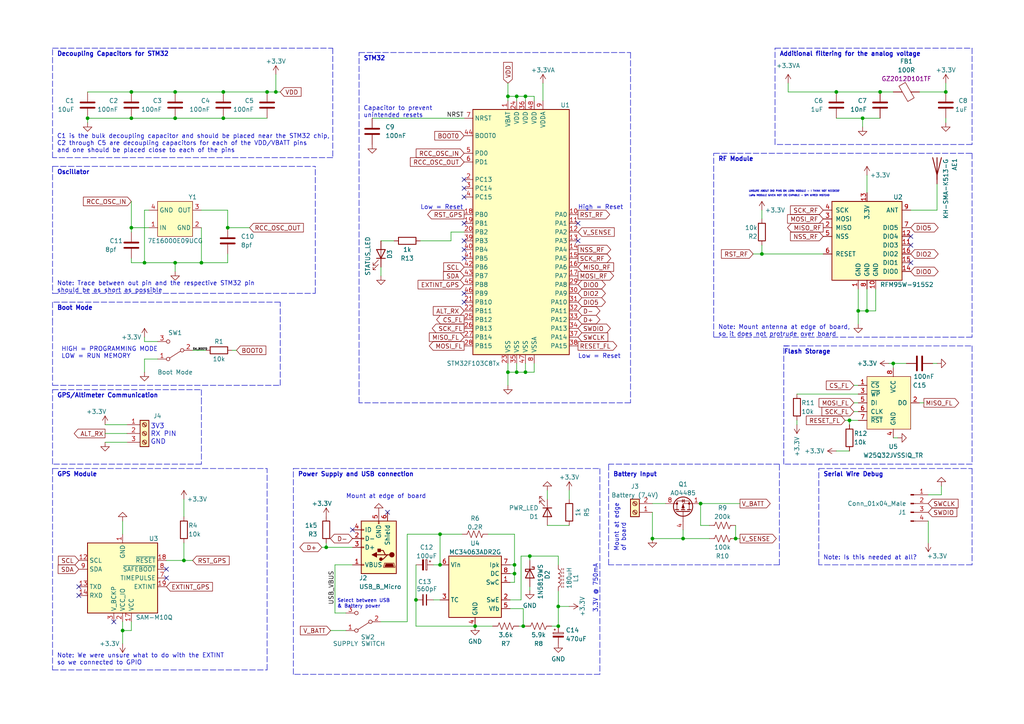
<source format=kicad_sch>
(kicad_sch (version 20211123) (generator eeschema)
  (paper "A4")
  (title_block (title "QRET CALAMARI GPS") (date "2023-01-27") (rev "V1.7.1") (company "Queen's Engineering Rocket Team") (comment 3 "Contributors: Finn Wilkinson, Oak Campbell, Kennan Bays"))
  (junction (at 161.925 181.61))
  (junction (at 251.46 90.17))
  (junction (at 220.98 73.66))
  (junction (at 127.635 154.94))
  (junction (at 250.19 34.29))
  (junction (at 246.38 121.92))
  (junction (at 38.1 66.04))
  (junction (at 66.04 66.04))
  (junction (at 213.36 156.21))
  (junction (at 149.86 27.94))
  (junction (at 50.8 76.2))
  (junction (at 25.4 34.29))
  (junction (at 153.67 161.29))
  (junction (at 58.42 76.2))
  (junction (at 161.925 175.895))
  (junction (at 120.65 173.99))
  (junction (at 242.57 26.67))
  (junction (at 147.32 27.94))
  (junction (at 189.23 156.21))
  (junction (at 198.12 156.21))
  (junction (at 50.8 34.29))
  (junction (at 137.795 181.61))
  (junction (at 152.4 27.94))
  (junction (at 77.47 26.67))
  (junction (at 38.1 34.29))
  (junction (at 152.4 107.95))
  (junction (at 38.1 26.67))
  (junction (at 151.765 181.61))
  (junction (at 53.34 162.56))
  (junction (at 147.32 107.95))
  (junction (at 64.77 26.67))
  (junction (at 149.86 107.95))
  (junction (at 149.225 163.83))
  (junction (at 203.2 146.05))
  (junction (at 127.635 163.83))
  (junction (at 149.225 166.37))
  (junction (at 41.91 76.2))
  (junction (at 35.56 182.88))
  (junction (at 50.8 26.67))
  (junction (at 255.27 26.67))
  (junction (at 259.08 105.41))
  (junction (at 274.32 26.67))
  (junction (at 248.92 90.17))
  (junction (at 64.77 34.29))
  (junction (at 94.615 158.75))
  (junction (at 80.01 26.67))
  (no_connect (at 167.64 69.85))
  (no_connect (at 33.02 180.34))
  (no_connect (at 48.26 167.64))
  (no_connect (at 48.26 165.1))
  (no_connect (at 134.62 57.15))
  (no_connect (at 22.86 172.72))
  (no_connect (at 22.86 170.18))
  (no_connect (at 134.62 52.07))
  (no_connect (at 134.62 54.61))
  (no_connect (at 134.62 85.09))
  (no_connect (at 264.16 68.58))
  (no_connect (at 264.16 71.12))
  (no_connect (at 264.16 76.2))
  (no_connect (at 112.395 148.59))
  (no_connect (at 102.235 153.67))
  (no_connect (at 134.62 64.77))
  (no_connect (at 134.62 69.85))
  (no_connect (at 134.62 87.63))
  (no_connect (at 134.62 74.93))
  (no_connect (at 167.64 64.77))
  (no_connect (at 134.62 72.39))
  (wire (pts (xy 147.955 163.83) (xy 149.225 163.83)))
  (wire (pts (xy 50.8 76.2) (xy 58.42 76.2)))
  (polyline (pts (xy 207.01 44.45) (xy 281.94 44.45)))
  (polyline (pts (xy 226.06 163.83) (xy 226.06 134.62)))
  (wire (pts (xy 147.32 107.95) (xy 147.32 111.76)))
  (wire (pts (xy 127.635 154.94) (xy 133.985 154.94)))
  (polyline (pts (xy 15.24 135.89) (xy 15.24 194.31)))
  (wire (pts (xy 250.19 34.29) (xy 242.57 34.29)))
  (wire (pts (xy 251.46 50.8) (xy 251.46 55.88)))
  (wire (pts (xy 189.23 146.05) (xy 193.04 146.05)))
  (polyline (pts (xy 227.33 100.33) (xy 228.6 100.33)))
  (wire (pts (xy 137.795 181.61) (xy 142.875 181.61)))
  (polyline (pts (xy 81.28 111.76) (xy 81.28 87.63)))
  (polyline (pts (xy 15.24 13.97) (xy 96.52 13.97)))
  (wire (pts (xy 35.56 154.94) (xy 35.56 151.13)))
  (polyline (pts (xy 58.42 113.03) (xy 58.42 115.57)))
  (polyline (pts (xy 227.33 100.33) (xy 281.94 100.33)))
  (wire (pts (xy 270.51 105.41) (xy 271.78 105.41)))
  (wire (pts (xy 53.34 157.48) (xy 53.34 162.56)))
  (wire (pts (xy 30.48 125.73) (xy 36.83 125.73)))
  (wire (pts (xy 160.02 181.61) (xy 161.925 181.61)))
  (wire (pts (xy 150.495 181.61) (xy 151.765 181.61)))
  (wire (pts (xy 165.1 175.895) (xy 161.925 175.895)))
  (wire (pts (xy 66.04 66.04) (xy 72.39 66.04)))
  (wire (pts (xy 153.67 170.18) (xy 153.67 171.196)))
  (wire (pts (xy 25.4 34.29) (xy 25.4 35.56)))
  (wire (pts (xy 242.57 26.67) (xy 228.6 26.67)))
  (wire (pts (xy 120.65 181.61) (xy 137.795 181.61)))
  (wire (pts (xy 66.04 73.66) (xy 66.04 76.2)))
  (wire (pts (xy 259.08 127) (xy 260.35 127)))
  (wire (pts (xy 38.1 26.67) (xy 25.4 26.67)))
  (wire (pts (xy 58.42 60.96) (xy 66.04 60.96)))
  (wire (pts (xy 81.28 26.67) (xy 80.01 26.67)))
  (polyline (pts (xy 182.88 15.24) (xy 182.88 116.84)))
  (wire (pts (xy 58.42 76.2) (xy 66.04 76.2)))
  (wire (pts (xy 274.32 24.13) (xy 274.32 26.67)))
  (wire (pts (xy 41.91 104.14) (xy 45.72 104.14)))
  (wire (pts (xy 247.65 119.38) (xy 248.92 119.38)))
  (polyline (pts (xy 281.94 135.89) (xy 281.94 163.83)))
  (wire (pts (xy 107.95 34.29) (xy 134.62 34.29)))
  (polyline (pts (xy 58.42 134.62) (xy 15.24 134.62)))
  (wire (pts (xy 41.91 104.14) (xy 41.91 107.95)))
  (wire (pts (xy 30.48 128.27) (xy 36.83 128.27)))
  (wire (pts (xy 50.8 26.67) (xy 38.1 26.67)))
  (wire (pts (xy 43.18 60.96) (xy 41.91 60.96)))
  (wire (pts (xy 147.955 173.99) (xy 151.13 173.99)))
  (wire (pts (xy 38.1 76.2) (xy 41.91 76.2)))
  (wire (pts (xy 247.65 116.84) (xy 248.92 116.84)))
  (wire (pts (xy 68.58 101.6) (xy 67.31 101.6)))
  (wire (pts (xy 213.36 156.21) (xy 214.63 156.21)))
  (wire (pts (xy 64.77 26.67) (xy 50.8 26.67)))
  (wire (pts (xy 246.38 121.92) (xy 248.92 121.92)))
  (polyline (pts (xy 281.94 13.97) (xy 281.94 41.91)))
  (wire (pts (xy 66.04 60.96) (xy 66.04 66.04)))
  (wire (pts (xy 147.955 168.91) (xy 149.225 168.91)))
  (wire (pts (xy 38.1 74.93) (xy 38.1 76.2)))
  (wire (pts (xy 125.73 173.99) (xy 127.635 173.99)))
  (wire (pts (xy 248.92 83.82) (xy 248.92 90.17)))
  (wire (pts (xy 158.75 152.4) (xy 165.1 152.4)))
  (polyline (pts (xy 182.88 116.84) (xy 104.14 116.84)))
  (wire (pts (xy 274.32 34.29) (xy 274.32 35.56)))
  (wire (pts (xy 231.14 121.92) (xy 231.14 123.19)))
  (wire (pts (xy 35.56 182.88) (xy 38.1 182.88)))
  (wire (pts (xy 35.56 182.88) (xy 35.56 186.69)))
  (wire (pts (xy 64.77 34.29) (xy 50.8 34.29)))
  (wire (pts (xy 30.48 123.19) (xy 36.83 123.19)))
  (polyline (pts (xy 85.09 195.58) (xy 85.09 135.89)))
  (wire (pts (xy 152.4 107.95) (xy 152.4 105.41)))
  (wire (pts (xy 149.225 154.94) (xy 149.225 163.83)))
  (wire (pts (xy 152.4 27.94) (xy 154.94 27.94)))
  (wire (pts (xy 273.05 143.51) (xy 273.05 140.97)))
  (polyline (pts (xy 237.49 135.89) (xy 281.94 135.89)))
  (polyline (pts (xy 96.52 13.97) (xy 96.52 45.72)))
  (polyline (pts (xy 15.24 111.76) (xy 81.28 111.76)))
  (wire (pts (xy 255.27 26.67) (xy 242.57 26.67)))
  (wire (pts (xy 269.24 143.51) (xy 273.05 143.51)))
  (wire (pts (xy 161.925 175.895) (xy 161.925 181.61)))
  (wire (pts (xy 58.42 66.04) (xy 58.42 76.2)))
  (wire (pts (xy 149.86 27.94) (xy 152.4 27.94)))
  (wire (pts (xy 55.88 101.6) (xy 59.69 101.6)))
  (wire (pts (xy 50.8 34.29) (xy 38.1 34.29)))
  (polyline (pts (xy 281.94 100.33) (xy 281.94 134.62)))
  (wire (pts (xy 151.13 173.99) (xy 151.13 161.29)))
  (wire (pts (xy 149.86 107.95) (xy 147.32 107.95)))
  (polyline (pts (xy 227.33 134.62) (xy 227.33 100.33)))
  (wire (pts (xy 53.34 162.56) (xy 55.88 162.56)))
  (polyline (pts (xy 15.24 135.89) (xy 77.47 135.89)))
  (wire (pts (xy 149.86 107.95) (xy 152.4 107.95)))
  (wire (pts (xy 228.6 24.13) (xy 228.6 26.67)))
  (wire (pts (xy 147.955 176.53) (xy 151.765 176.53)))
  (wire (pts (xy 242.57 130.81) (xy 246.38 130.81)))
  (wire (pts (xy 203.2 146.05) (xy 214.63 146.05)))
  (wire (pts (xy 259.08 105.41) (xy 259.08 106.68)))
  (polyline (pts (xy 15.24 194.31) (xy 77.47 194.31)))
  (wire (pts (xy 246.38 123.19) (xy 246.38 121.92)))
  (polyline (pts (xy 104.14 116.84) (xy 104.14 15.24)))
  (wire (pts (xy 118.11 154.94) (xy 118.11 180.34)))
  (polyline (pts (xy 15.24 87.63) (xy 15.24 92.71)))
  (polyline (pts (xy 226.06 134.62) (xy 176.53 134.62)))
  (wire (pts (xy 220.98 71.12) (xy 220.98 73.66)))
  (wire (pts (xy 38.1 182.88) (xy 38.1 180.34)))
  (wire (pts (xy 231.14 114.3) (xy 248.92 114.3)))
  (polyline (pts (xy 281.94 41.91) (xy 224.79 41.91)))
  (wire (pts (xy 149.225 166.37) (xy 149.225 163.83)))
  (wire (pts (xy 118.11 180.34) (xy 110.49 180.34)))
  (polyline (pts (xy 15.24 85.09) (xy 91.44 85.09)))
  (wire (pts (xy 100.33 182.88) (xy 95.885 182.88)))
  (wire (pts (xy 154.94 107.95) (xy 152.4 107.95)))
  (wire (pts (xy 77.47 26.67) (xy 64.77 26.67)))
  (wire (pts (xy 203.2 152.4) (xy 205.74 152.4)))
  (wire (pts (xy 38.1 34.29) (xy 25.4 34.29)))
  (polyline (pts (xy 104.14 15.24) (xy 182.88 15.24)))
  (wire (pts (xy 120.65 163.83) (xy 120.65 173.99)))
  (wire (pts (xy 130.81 69.85) (xy 130.81 67.31)))
  (wire (pts (xy 153.67 162.56) (xy 153.67 161.29)))
  (wire (pts (xy 97.155 177.8) (xy 100.33 177.8)))
  (polyline (pts (xy 281.94 97.79) (xy 207.01 97.79)))
  (wire (pts (xy 271.78 60.96) (xy 271.78 53.34)))
  (wire (pts (xy 157.48 24.13) (xy 157.48 29.21)))
  (polyline (pts (xy 15.24 92.71) (xy 15.24 111.76)))
  (wire (pts (xy 165.1 142.24) (xy 165.1 144.78)))
  (wire (pts (xy 94.615 157.48) (xy 94.615 158.75)))
  (wire (pts (xy 80.01 26.67) (xy 77.47 26.67)))
  (wire (pts (xy 80.01 21.59) (xy 80.01 26.67)))
  (polyline (pts (xy 173.99 195.58) (xy 85.09 195.58)))
  (wire (pts (xy 248.92 90.17) (xy 248.92 93.98)))
  (wire (pts (xy 149.86 29.21) (xy 149.86 27.94)))
  (polyline (pts (xy 15.24 134.62) (xy 15.24 113.03)))
  (polyline (pts (xy 176.53 163.83) (xy 176.53 134.62)))
  (wire (pts (xy 120.65 173.99) (xy 120.65 181.61)))
  (wire (pts (xy 147.955 166.37) (xy 149.225 166.37)))
  (wire (pts (xy 48.26 162.56) (xy 53.34 162.56)))
  (wire (pts (xy 152.4 29.21) (xy 152.4 27.94)))
  (wire (pts (xy 147.32 107.95) (xy 147.32 105.41)))
  (wire (pts (xy 203.2 146.05) (xy 203.2 152.4)))
  (polyline (pts (xy 15.24 113.03) (xy 58.42 113.03)))
  (wire (pts (xy 189.23 148.59) (xy 189.23 156.21)))
  (wire (pts (xy 151.765 181.61) (xy 152.4 181.61)))
  (wire (pts (xy 130.81 67.31) (xy 134.62 67.31)))
  (wire (pts (xy 220.98 63.5) (xy 220.98 60.96)))
  (wire (pts (xy 250.19 34.29) (xy 250.19 36.83)))
  (wire (pts (xy 198.12 153.67) (xy 198.12 156.21)))
  (polyline (pts (xy 281.94 134.62) (xy 227.33 134.62)))
  (wire (pts (xy 147.32 29.21) (xy 147.32 27.94)))
  (wire (pts (xy 93.345 158.75) (xy 94.615 158.75)))
  (wire (pts (xy 77.47 34.29) (xy 64.77 34.29)))
  (wire (pts (xy 45.72 99.06) (xy 41.91 99.06)))
  (wire (pts (xy 35.56 180.34) (xy 35.56 182.88)))
  (polyline (pts (xy 173.99 135.89) (xy 173.99 195.58)))
  (wire (pts (xy 147.32 27.94) (xy 149.86 27.94)))
  (wire (pts (xy 41.91 60.96) (xy 41.91 76.2)))
  (wire (pts (xy 50.8 76.2) (xy 50.8 78.74)))
  (wire (pts (xy 259.08 105.41) (xy 262.89 105.41)))
  (wire (pts (xy 110.49 69.85) (xy 114.3 69.85)))
  (wire (pts (xy 218.44 73.66) (xy 220.98 73.66)))
  (wire (pts (xy 266.7 116.84) (xy 267.97 116.84)))
  (wire (pts (xy 118.11 154.94) (xy 127.635 154.94)))
  (wire (pts (xy 254 83.82) (xy 254 90.17)))
  (wire (pts (xy 154.94 29.21) (xy 154.94 27.94)))
  (polyline (pts (xy 207.01 97.79) (xy 207.01 44.45)))
  (wire (pts (xy 125.73 163.83) (xy 127.635 163.83)))
  (wire (pts (xy 245.11 121.92) (xy 246.38 121.92)))
  (wire (pts (xy 38.1 66.04) (xy 43.18 66.04)))
  (wire (pts (xy 161.925 163.83) (xy 161.925 161.29)))
  (polyline (pts (xy 58.42 115.57) (xy 58.42 134.62)))
  (wire (pts (xy 41.91 97.79) (xy 41.91 99.06)))
  (wire (pts (xy 149.225 168.91) (xy 149.225 166.37)))
  (wire (pts (xy 94.615 158.75) (xy 102.235 158.75)))
  (wire (pts (xy 248.92 90.17) (xy 251.46 90.17)))
  (polyline (pts (xy 281.94 163.83) (xy 237.49 163.83)))
  (wire (pts (xy 161.925 171.45) (xy 161.925 175.895)))
  (polyline (pts (xy 15.24 48.26) (xy 15.24 85.09)))
  (wire (pts (xy 38.1 58.42) (xy 38.1 66.04)))
  (wire (pts (xy 251.46 90.17) (xy 251.46 83.82)))
  (wire (pts (xy 127.635 163.83) (xy 127.635 154.94)))
  (wire (pts (xy 147.32 24.13) (xy 147.32 27.94)))
  (wire (pts (xy 38.1 66.04) (xy 38.1 67.31)))
  (wire (pts (xy 213.36 152.4) (xy 213.36 156.21)))
  (wire (pts (xy 153.67 161.29) (xy 161.925 161.29)))
  (wire (pts (xy 141.605 154.94) (xy 149.225 154.94)))
  (polyline (pts (xy 91.44 85.09) (xy 91.44 48.26)))
  (polyline (pts (xy 237.49 163.83) (xy 237.49 135.89)))
  (wire (pts (xy 269.24 157.48) (xy 269.24 151.13)))
  (wire (pts (xy 151.13 161.29) (xy 153.67 161.29)))
  (wire (pts (xy 41.91 76.2) (xy 50.8 76.2)))
  (polyline (pts (xy 281.94 44.45) (xy 281.94 97.79)))
  (wire (pts (xy 53.34 149.86) (xy 53.34 144.78)))
  (wire (pts (xy 198.12 156.21) (xy 205.74 156.21)))
  (wire (pts (xy 97.155 163.83) (xy 97.155 177.8)))
  (wire (pts (xy 257.81 105.41) (xy 259.08 105.41)))
  (polyline (pts (xy 85.09 135.89) (xy 173.99 135.89)))
  (wire (pts (xy 254 90.17) (xy 251.46 90.17)))
  (wire (pts (xy 255.27 34.29) (xy 250.19 34.29)))
  (wire (pts (xy 247.65 111.76) (xy 248.92 111.76)))
  (polyline (pts (xy 96.52 45.72) (xy 15.24 45.72)))
  (wire (pts (xy 97.155 163.83) (xy 102.235 163.83)))
  (polyline (pts (xy 15.24 45.72) (xy 15.24 13.97)))
  (polyline (pts (xy 81.28 87.63) (xy 15.24 87.63)))
  (polyline (pts (xy 15.24 48.26) (xy 91.44 48.26)))
  (wire (pts (xy 158.75 144.78) (xy 158.75 142.24)))
  (wire (pts (xy 151.765 176.53) (xy 151.765 181.61)))
  (polyline (pts (xy 224.79 41.91) (xy 224.79 13.97)))
  (polyline (pts (xy 224.79 13.97) (xy 281.94 13.97)))
  (wire (pts (xy 220.98 73.66) (xy 238.76 73.66)))
  (wire (pts (xy 121.92 69.85) (xy 130.81 69.85)))
  (wire (pts (xy 259.08 26.67) (xy 255.27 26.67)))
  (wire (pts (xy 110.49 80.01) (xy 110.49 77.47)))
  (polyline (pts (xy 226.06 163.83) (xy 176.53 163.83)))
  (polyline (pts (xy 77.47 194.31) (xy 77.47 135.89)))
  (wire (pts (xy 264.16 60.96) (xy 271.78 60.96)))
  (wire (pts (xy 154.94 105.41) (xy 154.94 107.95)))
  (wire (pts (xy 189.23 156.21) (xy 198.12 156.21)))
  (wire (pts (xy 149.86 105.41) (xy 149.86 107.95)))
  (wire (pts (xy 274.32 26.67) (xy 266.7 26.67)))
  (text "Battery Input" (at 177.8 138.43 0) (effects (font (size 1.27 1.27) (thickness 0.254) bold) (justify left bottom)))
  (text "STM32" (at 105.41 17.78 0) (effects (font (size 1.27 1.27) (thickness 0.254) bold) (justify left bottom)))
  (text "Note: Is this needed at all?" (at 238.76 162.56 0) (effects (font (size 1.27 1.27)) (justify left bottom)))
  (text "Power Supply and USB connection\n" (at 86.36 138.43 0) (effects (font (size 1.27 1.27) (thickness 0.254) bold) (justify left bottom)))
  (text "Additional filtering for the analog voltage" (at 226.06 16.51 0) (effects (font (size 1.27 1.27) (thickness 0.254) bold) (justify left bottom)))
  (text "3V3\nRX PIN\nGND" (at 43.6656 129.0519 0) (effects (font (size 1.4 1.4)) (justify left bottom)))
  (text "Low = Reset" (at 167.64 104.14 0) (effects (font (size 1.27 1.27)) (justify left bottom)))
  (text "Serial Wire Debug" (at 238.76 138.43 0) (effects (font (size 1.27 1.27) (thickness 0.254) bold) (justify left bottom)))
  (text "UNSURE ABOUT DIO PINS ON LORA MODULE - I THINK NOT NEEDED?" (at 217.17 55.88 0) (effects (font (size 0.5 0.5)) (justify left bottom)))
  (text "Low = Reset" (at 121.92 60.96 0) (effects (font (size 1.27 1.27)) (justify left bottom)))
  (text "GPS/Altimeter Communication\n" (at 16.51 115.57 0) (effects (font (size 1.27 1.27) (thickness 0.254) bold) (justify left bottom)))
  (text "Capacitor to prevent\nunintended resets" (at 105.41 34.29 0) (effects (font (size 1.27 1.27)) (justify left bottom)))
  (text "RF Module" (at 208.28 46.99 0) (effects (font (size 1.27 1.27) (thickness 0.254) bold) (justify left bottom)))
  (text "C1 is the bulk decoupling capacitor and should be placed near the STM32 chip,\nC2 through C5 are decoupling capacitors for each of the VDD/VBATT pins\nand one should be placed close to each of the pins" (at 16.51 44.45 0) (effects (font (size 1.27 1.27)) (justify left bottom)))
  (text "Decoupling Capacitors for STM32" (at 16.51 16.51 0) (effects (font (size 1.27 1.27) (thickness 0.254) bold) (justify left bottom)))
  (text "Note: We were unsure what to do with the EXTINT \nso we connected to GPIO\n" (at 16.51 193.04 0) (effects (font (size 1.27 1.27)) (justify left bottom)))
  (text "Note: Trace between out pin and the respective STM32 pin\nshould be as short as possible" (at 16.51 85.09 0) (effects (font (size 1.27 1.27)) (justify left bottom)))
  (text "Note: Mount antenna at edge of board,\nso it does not protrude over board" (at 208.28 97.79 0) (effects (font (size 1.27 1.27)) (justify left bottom)))
  (text "High = Reset" (at 167.64 60.96 0) (effects (font (size 1.27 1.27)) (justify left bottom)))
  (text "Boot Mode" (at 16.51 90.17 0) (effects (font (size 1.27 1.27) (thickness 0.254) bold) (justify left bottom)))
  (text "Mount at edge of board\n" (at 100.33 144.78 0) (effects (font (size 1.27 1.27)) (justify left bottom)))
  (text "Oscillator" (at 16.51 50.8 0) (effects (font (size 1.27 1.27) (thickness 0.254) bold) (justify left bottom)))
  (text "GPS Module" (at 16.51 138.43 0) (effects (font (size 1.27 1.27) (thickness 0.254) bold) (justify left bottom)))
  (text "Select between USB\n& Battery power" (at 97.79 176.53 0) (effects (font (size 1 1)) (justify left bottom)))
  (text "3.3V @ 750mA" (at 173.482 177.8 90) (effects (font (size 1.27 1.27)) (justify left bottom)))
  (text "Mount at edge\nof board\n" (at 181.61 160.02 90) (effects (font (size 1.27 1.27)) (justify left bottom)))
  (text "HIGH = PROGRAMMING MODE\nLOW = RUN MEMORY" (at 17.78 104.14 0) (effects (font (size 1.27 1.27)) (justify left bottom)))
  (text "Flash Storage" (at 227.33 102.87 0) (effects (font (size 1.27 1.27) (thickness 0.254) bold) (justify left bottom)))
  (text "LoRa MODULE GIVEN NOT I2C CAPABLE - SPI WIRED INSTEAD" (at 217.17 57.15 0) (effects (font (size 0.5 0.5)) (justify left bottom)))
  (label "USB_VBUS" (at 97.155 175.3622 90))
  (label "NRST" (at 129.54 34.29 0))
  (label "SW_BOOT0" (at 55.88 101.6 0) (effects (font (size 0.54 0.54))))
  (global_label "V_SENSE" (shape output) (at 214.63 156.21 0) (property "Intersheet References" "${INTERSHEET_REFS}" (effects hide)))
  (global_label "SDA" (shape input) (at 22.86 165.1 180) (property "Intersheet References" "${INTERSHEET_REFS}" (effects hide)))
  (global_label "RCC_OSC_IN" (shape input) (at 134.62 44.45 180) (property "Intersheet References" "${INTERSHEET_REFS}" (effects hide)))
  (global_label "RCC_OSC_IN" (shape input) (at 38.1 58.42 180) (property "Intersheet References" "${INTERSHEET_REFS}" (effects hide)))
  (global_label "MOSI_RF" (shape output) (at 167.64 80.01 0) (property "Intersheet References" "${INTERSHEET_REFS}" (effects hide)))
  (global_label "MISO_RF" (shape output) (at 238.76 66.04 180) (property "Intersheet References" "${INTERSHEET_REFS}" (effects hide)))
  (global_label "NSS_RF" (shape input) (at 238.76 68.58 180) (property "Intersheet References" "${INTERSHEET_REFS}" (effects hide)))
  (global_label "SWCLK" (shape input) (at 167.64 97.79 0) (property "Intersheet References" "${INTERSHEET_REFS}" (effects hide)))
  (global_label "MOSI_RF" (shape input) (at 238.76 63.5 180) (property "Intersheet References" "${INTERSHEET_REFS}" (effects hide)))
  (global_label "MISO_FL" (shape input) (at 134.62 97.79 180) (property "Intersheet References" "${INTERSHEET_REFS}" (effects hide)))
  (global_label "MOSI_FL" (shape output) (at 134.62 100.33 180) (property "Intersheet References" "${INTERSHEET_REFS}" (effects hide)))
  (global_label "SCK_RF" (shape input) (at 238.76 60.96 180) (property "Intersheet References" "${INTERSHEET_REFS}" (effects hide)))
  (global_label "SCK_RF" (shape output) (at 167.64 74.93 0) (property "Intersheet References" "${INTERSHEET_REFS}" (effects hide)))
  (global_label "RST_RF" (shape input) (at 218.44 73.66 180) (property "Intersheet References" "${INTERSHEET_REFS}" (effects hide)))
  (global_label "RCC_OSC_OUT" (shape input) (at 134.62 46.99 180) (property "Intersheet References" "${INTERSHEET_REFS}" (effects hide)))
  (global_label "SWDIO" (shape bidirectional) (at 167.64 95.25 0) (property "Intersheet References" "${INTERSHEET_REFS}" (effects hide)))
  (global_label "RESET_FL" (shape output) (at 167.64 100.33 0) (property "Intersheet References" "${INTERSHEET_REFS}" (effects hide)))
  (global_label "SCL" (shape input) (at 134.62 77.47 180) (property "Intersheet References" "${INTERSHEET_REFS}" (effects hide)))
  (global_label "V_BATT" (shape input) (at 95.885 182.88 180) (property "Intersheet References" "${INTERSHEET_REFS}" (effects hide)))
  (global_label "DIO5" (shape bidirectional) (at 167.64 87.63 0) (property "Intersheet References" "${INTERSHEET_REFS}" (effects hide)))
  (global_label "BOOT0" (shape input) (at 134.62 39.37 180) (property "Intersheet References" "${INTERSHEET_REFS}" (effects hide)))
  (global_label "DIO0" (shape bidirectional) (at 264.16 78.74 0) (property "Intersheet References" "${INTERSHEET_REFS}" (effects hide)))
  (global_label "CS_FL" (shape output) (at 134.62 92.71 180) (property "Intersheet References" "${INTERSHEET_REFS}" (effects hide)))
  (global_label "DIO5" (shape bidirectional) (at 264.16 66.04 0) (property "Intersheet References" "${INTERSHEET_REFS}" (effects hide)))
  (global_label "CS_FL" (shape input) (at 247.65 111.76 180) (property "Intersheet References" "${INTERSHEET_REFS}" (effects hide)))
  (global_label "RST_GPS" (shape output) (at 134.62 62.23 180) (property "Intersheet References" "${INTERSHEET_REFS}" (effects hide)))
  (global_label "D+" (shape bidirectional) (at 93.345 158.75 180) (property "Intersheet References" "${INTERSHEET_REFS}" (effects hide)))
  (global_label "MISO_RF" (shape input) (at 167.64 77.47 0) (property "Intersheet References" "${INTERSHEET_REFS}" (effects hide)))
  (global_label "EXTINT_GPS" (shape input) (at 48.26 170.18 0) (property "Intersheet References" "${INTERSHEET_REFS}" (effects hide)))
  (global_label "SWDIO" (shape input) (at 269.24 148.59 0) (property "Intersheet References" "${INTERSHEET_REFS}" (effects hide)))
  (global_label "V_BATT" (shape output) (at 214.63 146.05 0) (property "Intersheet References" "${INTERSHEET_REFS}" (effects hide)))
  (global_label "SCK_FL" (shape input) (at 247.65 119.38 180) (property "Intersheet References" "${INTERSHEET_REFS}" (effects hide)))
  (global_label "VDD" (shape input) (at 147.32 24.13 90) (property "Intersheet References" "${INTERSHEET_REFS}" (effects hide)))
  (global_label "D-" (shape bidirectional) (at 167.64 90.17 0) (property "Intersheet References" "${INTERSHEET_REFS}" (effects hide)))
  (global_label "VDD" (shape input) (at 81.28 26.67 0) (property "Intersheet References" "${INTERSHEET_REFS}" (effects hide)))
  (global_label "RCC_OSC_OUT" (shape input) (at 72.39 66.04 0) (property "Intersheet References" "${INTERSHEET_REFS}" (effects hide)))
  (global_label "BOOT0" (shape input) (at 68.58 101.6 0) (property "Intersheet References" "${INTERSHEET_REFS}" (effects hide)))
  (global_label "RST_GPS" (shape input) (at 55.88 162.56 0) (property "Intersheet References" "${INTERSHEET_REFS}" (effects hide)))
  (global_label "DIO0" (shape bidirectional) (at 167.64 82.55 0) (property "Intersheet References" "${INTERSHEET_REFS}" (effects hide)))
  (global_label "D-" (shape bidirectional) (at 102.235 156.21 180) (property "Intersheet References" "${INTERSHEET_REFS}" (effects hide)))
  (global_label "SDA" (shape input) (at 134.62 80.01 180) (property "Intersheet References" "${INTERSHEET_REFS}" (effects hide)))
  (global_label "RESET_FL" (shape input) (at 245.11 121.92 180) (property "Intersheet References" "${INTERSHEET_REFS}" (effects hide)))
  (global_label "RST_RF" (shape output) (at 167.64 62.23 0) (property "Intersheet References" "${INTERSHEET_REFS}" (effects hide)))
  (global_label "ALT_RX" (shape input) (at 134.62 90.17 180) (property "Intersheet References" "${INTERSHEET_REFS}" (effects hide)))
  (global_label "D+" (shape bidirectional) (at 167.64 92.71 0) (property "Intersheet References" "${INTERSHEET_REFS}" (effects hide)))
  (global_label "V_SENSE" (shape input) (at 167.64 67.31 0) (property "Intersheet References" "${INTERSHEET_REFS}" (effects hide)))
  (global_label "SCK_FL" (shape output) (at 134.62 95.25 180) (property "Intersheet References" "${INTERSHEET_REFS}" (effects hide)))
  (global_label "NSS_RF" (shape output) (at 167.64 72.39 0) (property "Intersheet References" "${INTERSHEET_REFS}" (effects hide)))
  (global_label "ALT_RX" (shape output) (at 30.48 125.73 180) (property "Intersheet References" "${INTERSHEET_REFS}" (effects hide)))
  (global_label "SCL" (shape input) (at 22.86 162.56 180) (property "Intersheet References" "${INTERSHEET_REFS}" (effects hide)))
  (global_label "MOSI_FL" (shape input) (at 247.65 116.84 180) (property "Intersheet References" "${INTERSHEET_REFS}" (effects hide)))
  (global_label "EXTINT_GPS" (shape input) (at 134.62 82.55 180) (property "Intersheet References" "${INTERSHEET_REFS}" (effects hide)))
  (global_label "DIO2" (shape bidirectional) (at 167.64 85.09 0) (property "Intersheet References" "${INTERSHEET_REFS}" (effects hide)))
  (global_label "DIO2" (shape bidirectional) (at 264.16 73.66 0) (property "Intersheet References" "${INTERSHEET_REFS}" (effects hide)))
  (global_label "MISO_FL" (shape output) (at 267.97 116.84 0) (property "Intersheet References" "${INTERSHEET_REFS}" (effects hide)))
  (global_label "SWCLK" (shape input) (at 269.24 146.05 0) (property "Intersheet References" "${INTERSHEET_REFS}" (effects hide)))
  (symbol (lib_id "power:GND") (at 161.925 186.69 0) (unit 1)
    (property "Reference" "#PWR0103" (effects hide))
    (property "Value" "GND" (at 161.925 191.1334 0))
  )
  (symbol (lib_id "dk_Memory:W25Q32JVSSIQ_TR") (at 259.08 116.84 0) (unit 1)
    (property "Reference" "U5" (at 259.08 129.54 0))
    (property "Value" "W25Q32JVSSIQ_TR" (at 259.08 132.0769 0))
    (property "Footprint" "QRET_GPS_Footprints:SOIC-8_W5.6mm" (effects hide))
    (property "Datasheet" "http://www.winbond.com/resource-files/w25q32jv%20revg%2003272018%20plus.pdf" (effects hide))
    (property "Digi-Key_PN" "W25Q32JVSSIQCT-ND" (effects hide))
    (property "MPN" "W25Q32JVSSIQ TR" (effects hide))
    (property "Category" "Integrated Circuits (ICs)" (effects hide))
    (property "Family" "Memory" (effects hide))
    (property "DK_Datasheet_Link" "http://www.winbond.com/resource-files/w25q32jv%20revg%2003272018%20plus.pdf" (effects hide))
    (property "DK_Detail_Page" "/product-detail/en/winbond-electronics/W25Q32JVSSIQ-TR/W25Q32JVSSIQCT-ND/7393546" (effects hide))
    (property "Description" "IC FLASH 32M SPI 133MHZ 8SOIC" (effects hide))
    (property "Manufacturer" "Winbond Electronics" (effects hide))
    (property "Status" "Active" (effects hide))
    (property "LCSC" "C179173" (effects hide))
  )
  (symbol (lib_id "Device:R") (at 63.5 101.6 270) (unit 1)
    (property "Reference" "R1" (at 63.5 99.06 90))
    (property "Value" "10k" (at 63.5 104.14 90))
    (property "Footprint" "Resistor_SMD:R_0603_1608Metric" (effects hide))
    (property "LCSC" "C25804" (effects hide))
  )
  (symbol (lib_id "Device:C") (at 274.32 30.48 0) (mirror y) (unit 1)
    (property "Reference" "C8" (at 280.67 29.21 0) (effects (justify left)))
    (property "Value" "1uF" (at 280.67 31.75 0) (effects (justify left)))
    (property "Footprint" "Capacitor_SMD:C_0603_1608Metric" (effects hide))
    (property "LCSC" "C15849" (effects hide))
  )
  (symbol (lib_id "Device:R") (at 231.14 118.11 0) (unit 1)
    (property "Reference" "R11" (at 232.41 116.84 0) (effects (justify left)))
    (property "Value" "10k" (at 232.41 119.38 0) (effects (justify left)))
    (property "Footprint" "Resistor_SMD:R_0603_1608Metric" (effects hide))
    (property "LCSC" "C25804" (effects hide))
  )
  (symbol (lib_id "Device:R_US") (at 209.55 156.21 270) (unit 1)
    (property "Reference" "R10" (at 209.55 161.29 90))
    (property "Value" "100k" (at 209.55 158.75 90))
    (property "Footprint" "Resistor_SMD:R_0603_1608Metric" (effects hide))
    (property "LCSC" "C25803" (effects hide))
  )
  (symbol (lib_id "power:+3.3V") (at 30.48 123.19 0) (unit 1)
    (property "Reference" "#PWR0105" (effects hide))
    (property "Value" "+3.3V" (at 27.94 119.38 0))
  )
  (symbol (lib_id "power:GND") (at 110.49 80.01 0) (unit 1)
    (property "Reference" "#PWR031" (effects hide))
    (property "Value" "GND" (effects hide))
  )
  (symbol (lib_id "Device:C") (at 66.04 69.85 0) (unit 1)
    (property "Reference" "C10" (at 69.85 68.5799 0) (effects (justify left)))
    (property "Value" "8pf" (at 69.85 71.1199 0) (effects (justify left)))
    (property "Footprint" "Capacitor_SMD:C_0402_1005Metric" (effects hide))
    (property "LCSC" "C161160 " (effects hide))
  )
  (symbol (lib_id "power:GND") (at 147.32 111.76 0) (unit 1)
    (property "Reference" "#PWR015" (effects hide))
    (property "Value" "GND" (effects hide))
  )
  (symbol (lib_id "power:+3.3V") (at 257.81 105.41 90) (unit 1)
    (property "Reference" "#PWR028" (effects hide))
    (property "Value" "+3.3V" (at 251.46 105.41 90))
  )
  (symbol (lib_id "Device:R") (at 53.34 153.67 0) (unit 1)
    (property "Reference" "R4" (at 54.61 152.4 0) (effects (justify left)))
    (property "Value" "10k" (at 54.61 154.94 0) (effects (justify left)))
    (property "Footprint" "Resistor_SMD:R_0603_1608Metric" (effects hide))
    (property "LCSC" "C25804" (effects hide))
  )
  (symbol (lib_id "power:+3.3V") (at 94.615 149.86 0) (unit 1)
    (property "Reference" "#PWR019" (effects hide))
    (property "Value" "+3.3V" (at 93.345 146.05 0))
  )
  (symbol (lib_id "Device:C_Small") (at 123.19 173.99 270) (unit 1)
    (property "Reference" "C13" (at 123.1836 168.7281 90))
    (property "Value" "560pF" (at 123.825 170.815 90))
    (property "Footprint" "Capacitor_SMD:C_0603_1608Metric" (effects hide))
    (property "LCSC" "C458906" (effects hide))
  )
  (symbol (lib_id "power:GND") (at 158.75 142.24 180) (unit 1)
    (property "Reference" "#PWR025" (effects hide))
    (property "Value" "GND" (effects hide))
  )
  (symbol (lib_id "power:+3.3V") (at 80.01 21.59 0) (mirror y) (unit 1)
    (property "Reference" "#PWR01" (effects hide))
    (property "Value" "+3.3V" (at 80.01 17.78 0))
  )
  (symbol (lib_id "power:+3.3V") (at 220.98 60.96 0) (unit 1)
    (property "Reference" "#PWR010" (effects hide))
    (property "Value" "+3.3V" (at 224.79 60.96 0))
  )
  (symbol (lib_id "Device:C") (at 266.7 105.41 270) (mirror x) (unit 1)
    (property "Reference" "C15" (at 266.7 111.76 90))
    (property "Value" "100nF" (at 267.97 109.22 90))
    (property "Footprint" "Capacitor_SMD:C_0603_1608Metric" (effects hide))
    (property "LCSC" "C14663" (effects hide))
  )
  (symbol (lib_id "power:+3.3VA") (at 157.48 24.13 0) (unit 1)
    (property "Reference" "#PWR02" (effects hide))
    (property "Value" "+3.3VA" (at 157.48 20.32 0))
  )
  (symbol (lib_id "Device:C") (at 25.4 30.48 0) (mirror y) (unit 1)
    (property "Reference" "C1" (at 21.59 29.2099 0) (effects (justify left)))
    (property "Value" "10uF" (at 21.59 31.7499 0) (effects (justify left)))
    (property "Footprint" "Capacitor_THT:C_Radial_D5.0mm_H11.0mm_P2.00mm" (effects hide))
  )
  (symbol (lib_id "Device:R") (at 165.1 148.59 0) (unit 1)
    (property "Reference" "R5" (at 170.18 148.59 90))
    (property "Value" "1k" (at 167.64 148.59 90))
    (property "Footprint" "Resistor_SMD:R_0805_2012Metric" (effects hide))
    (property "LCSC" "C17513" (effects hide))
  )
  (symbol (lib_id "power:GND") (at 107.95 41.91 0) (unit 1)
    (property "Reference" "#PWR08" (effects hide))
    (property "Value" "GND" (effects hide))
  )
  (symbol (lib_id "Device:R_US") (at 209.55 152.4 270) (unit 1)
    (property "Reference" "R9" (at 209.55 147.32 90))
    (property "Value" "200k" (at 209.55 149.86 90))
    (property "Footprint" "Resistor_SMD:R_0603_1608Metric" (effects hide))
    (property "LCSC" "C25811" (effects hide))
  )
  (symbol (lib_id "RF_Module:RFM95W-915S2") (at 251.46 68.58 0) (unit 1)
    (property "Reference" "U2" (at 259.08 57.15 0) (effects (justify left)))
    (property "Value" "RFM95W-915S2" (at 255.27 82.55 0) (effects (justify left)))
    (property "Footprint" "QRET_GPS_Footprints:RFM95W" (effects hide))
    (property "Datasheet" "https://www.hoperf.com/data/upload/portal/20181127/5bfcbea20e9ef.pdf" (effects hide))
  )
  (symbol (lib_id "Device:R_US") (at 137.795 154.94 270) (unit 1)
    (property "Reference" "R6" (at 137.795 150.3512 90))
    (property "Value" "0.2R" (at 137.795 152.8881 90))
    (property "Footprint" "Resistor_SMD:R_1206_3216Metric" (effects hide))
    (property "LCSC" "C2932839" (effects hide))
  )
  (symbol (lib_id "Device:C") (at 77.47 30.48 0) (mirror y) (unit 1)
    (property "Reference" "C5" (at 73.66 29.2099 0) (effects (justify left)))
    (property "Value" "100nF" (at 73.66 31.7499 0) (effects (justify left)))
    (property "Footprint" "Capacitor_SMD:C_0805_2012Metric" (effects hide))
    (property "LCSC" "C49678" (effects hide))
  )
  (symbol (lib_id "power:+3.3V") (at 165.1 142.24 0) (unit 1)
    (property "Reference" "#PWR022" (effects hide))
    (property "Value" "+3.3V" (at 165.1 138.43 0))
  )
  (symbol (lib_id "power:GND") (at 189.23 156.21 0) (unit 1)
    (property "Reference" "#PWR024" (effects hide))
    (property "Value" "GND" (effects hide))
  )
  (symbol (lib_id "Device:R_US") (at 146.685 181.61 90) (unit 1)
    (property "Reference" "R7" (at 146.685 186.69 90))
    (property "Value" "3.6k" (at 146.685 184.15 90))
    (property "Footprint" "Resistor_SMD:R_0805_2012Metric" (effects hide))
    (property "LCSC" "C228797" (effects hide))
  )
  (symbol (lib_id "Device:R") (at 220.98 67.31 180) (unit 1)
    (property "Reference" "R2" (at 219.71 68.58 0) (effects (justify left)))
    (property "Value" "10k" (at 219.71 66.04 0) (effects (justify left)))
    (property "Footprint" "Resistor_SMD:R_0603_1608Metric" (effects hide))
    (property "LCSC" "C25804" (effects hide))
  )
  (symbol (lib_id "Device:C_Polarized_Small") (at 123.19 163.83 270) (unit 1)
    (property "Reference" "C12" (at 123.7361 158.7332 90))
    (property "Value" "100uF" (at 123.7361 161.2701 90))
    (property "Footprint" "Capacitor_THT:C_Radial_D5.0mm_H11.0mm_P2.00mm" (effects hide))
  )
  (symbol (lib_id "power:+3.3V") (at 274.32 24.13 0) (mirror y) (unit 1)
    (property "Reference" "#PWR04" (effects hide))
    (property "Value" "+3.3V" (at 274.32 20.32 0))
  )
  (symbol (lib_id "power:+3.3V") (at 53.34 144.78 0) (unit 1)
    (property "Reference" "#PWR020" (effects hide))
    (property "Value" "+3.3V" (at 57.15 144.78 0))
  )
  (symbol (lib_id "power:GND") (at 271.78 105.41 90) (unit 1)
    (property "Reference" "#PWR030" (effects hide))
    (property "Value" "GND" (effects hide))
  )
  (symbol (lib_id "Device:R") (at 246.38 127 0) (unit 1)
    (property "Reference" "R12" (at 247.65 125.73 0) (effects (justify left)))
    (property "Value" "10k" (at 247.65 128.27 0) (effects (justify left)))
    (property "Footprint" "Resistor_SMD:R_0603_1608Metric" (effects hide))
    (property "LCSC" "C25804" (effects hide))
  )
  (symbol (lib_id "Device:R_US") (at 156.21 181.61 270) (unit 1)
    (property "Reference" "R8" (at 156.21 186.69 90))
    (property "Value" "5.9k" (at 156.21 184.15 90))
    (property "Footprint" "Resistor_SMD:R_0805_2012Metric" (effects hide))
    (property "LCSC" "C104422" (effects hide))
  )
  (symbol (lib_id "Device:C") (at 50.8 30.48 0) (mirror y) (unit 1)
    (property "Reference" "C3" (at 46.99 29.2099 0) (effects (justify left)))
    (property "Value" "100nF" (at 46.99 31.7499 0) (effects (justify left)))
    (property "Footprint" "Capacitor_SMD:C_0805_2012Metric" (effects hide))
    (property "LCSC" "C49678" (effects hide))
  )
  (symbol (lib_id "power:GND") (at 25.4 35.56 0) (mirror y) (unit 1)
    (property "Reference" "#PWR05" (effects hide))
    (property "Value" "GND" (effects hide))
  )
  (symbol (lib_id "MCU_ST_STM32F1:STM32F103C8Tx") (at 152.4 67.31 0) (unit 1)
    (property "Reference" "U1" (at 162.56 30.48 0) (effects (justify left)))
    (property "Value" "STM32F103C8Tx" (at 129.54 105.41 0) (effects (justify left)))
    (property "Footprint" "Package_QFP:LQFP-48_7x7mm_P0.5mm" (effects hide))
    (property "Datasheet" "http://www.st.com/st-web-ui/static/active/en/resource/technical/document/datasheet/CD00161566.pdf" (effects hide))
    (property "LCSC" "C8734" (effects hide))
  )
  (symbol (lib_id "RF_GPS:SAM-M8Q") (at 35.56 167.64 180) (unit 1)
    (property "Reference" "U3" (at 43.18 156.21 0) (effects (justify right)))
    (property "Value" "SAM-M10Q" (at 39.37 179.07 0) (effects (justify right)))
    (property "Footprint" "QRET_GPS_Footprints:U-blox_SAM-M8Q" (effects hide))
    (property "Datasheet" "https://www.u-blox.com/sites/default/files/SAM-M8Q_DataSheet_%28UBX-16012619%29.pdf" (effects hide))
  )
  (symbol (lib_id "power:+3.3V") (at 242.57 130.81 90) (unit 1)
    (property "Reference" "#PWR027" (effects hide))
    (property "Value" "+3.3V" (at 236.22 130.81 90))
  )
  (symbol (lib_id "Regulator_Switching:MC34063AD") (at 137.795 168.91 0) (unit 1)
    (property "Reference" "U4" (at 137.795 157.5902 0))
    (property "Value" "MC34063ADR2G" (at 137.795 160.1271 0))
    (property "Footprint" "Package_SO:SOIC-8_3.9x4.9mm_P1.27mm" (effects hide))
    (property "Datasheet" "http://www.onsemi.com/pub_link/Collateral/MC34063A-D.PDF" (effects hide))
    (property "LCSC" " C32078" (effects hide))
  )
  (symbol (lib_id "power:GND") (at 274.32 35.56 0) (mirror y) (unit 1)
    (property "Reference" "#PWR06" (effects hide))
    (property "Value" "GND" (effects hide))
  )
  (symbol (lib_id "Device:FerriteBead") (at 262.89 26.67 270) (mirror x) (unit 1)
    (property "Reference" "FB1" (at 262.89 17.78 90))
    (property "Value" "100R" (at 262.89 20.32 90))
    (property "Footprint" "Inductor_SMD:L_0805_2012Metric" (effects hide))
    (property "Name" "GZ2012D101TF" (at 262.89 22.86 90))
    (property "LCSC" "C1015" (effects hide))
  )
  (symbol (lib_id "power:GND") (at 30.48 128.27 0) (unit 1)
    (property "Reference" "#PWR0106" (effects hide))
    (property "Value" "GND" (effects hide))
  )
  (symbol (lib_id "Connector:Conn_01x04_Male") (at 264.16 146.05 0) (unit 1)
    (property "Reference" "J1" (at 262.89 148.5901 0) (effects (justify right)))
    (property "Value" "Conn_01x04_Male" (at 262.89 146.0501 0) (effects (justify right)))
    (property "Footprint" "Connector_PinHeader_2.54mm:PinHeader_1x04_P2.54mm_Vertical" (effects hide))
  )
  (symbol (lib_id "power:+3.3VA") (at 228.6 24.13 0) (mirror y) (unit 1)
    (property "Reference" "#PWR03" (effects hide))
    (property "Value" "+3.3VA" (at 228.6 19.05 0))
  )
  (symbol (lib_id "Connector:Screw_Terminal_01x03") (at 41.91 125.73 0) (unit 1)
    (property "Reference" "J4" (at 44.45 120.65 0) (effects (justify left)))
    (property "Value" "Screw_Terminal_01x03" (effects hide))
    (property "Footprint" "TerminalBlock:TerminalBlock_Altech_AK300-3_P5.00mm" (effects hide))
    (property "Datasheet" "https://datasheet.lcsc.com/lcsc/1912111437_DIBO-DB103-5-0-3P-BU-S_C430584.pdf" (effects hide))
    (property "LCSC" "C430584" (effects hide))
  )
  (symbol (lib_id "power:GND") (at 41.91 107.95 0) (unit 1)
    (property "Reference" "#PWR012" (effects hide))
    (property "Value" "GND" (effects hide))
  )
  (symbol (lib_id "Connector:Screw_Terminal_01x02") (at 184.15 148.59 180) (unit 1)
    (property "Reference" "J3" (at 184.15 141.0802 0))
    (property "Value" "Battery (7.4V)" (at 184.15 143.6171 0))
    (property "Footprint" "TerminalBlock:TerminalBlock_Altech_AK300-2_P5.00mm" (effects hide))
    (property "Datasheet" "https://datasheet.lcsc.com/lcsc/2010201103_DIBO-DB103-5-0-2P-BU-P_C430582.pdf" (effects hide))
    (property "LCSC" " C430582 " (effects hide))
  )
  (symbol (lib_id "Device:C") (at 242.57 30.48 0) (mirror y) (unit 1)
    (property "Reference" "C6" (at 238.76 29.2099 0) (effects (justify left)))
    (property "Value" "1uF" (at 238.76 31.7499 0) (effects (justify left)))
    (property "Footprint" "Capacitor_SMD:C_0603_1608Metric" (effects hide))
    (property "LCSC" "C15849" (effects hide))
  )
  (symbol (lib_id "Device:Antenna") (at 271.78 48.26 0) (unit 1)
    (property "Reference" "AE1" (at 276.86 49.53 90) (effects (justify left)))
    (property "Value" "KH-SMA-K513-G" (at 274.32 63.5 90) (effects (justify left)))
    (property "Footprint" "QRET_GPS_Footprints:142-0701-301" (effects hide))
    (property "LCSC" "C411575" (effects hide))
  )
  (symbol (lib_id "QRET_GPS_Components:FA-128_32MHz") (at 50.8 63.5 0) (unit 1)
    (property "Reference" "Y1" (at 55.88 57.15 0))
    (property "Value" "7E16000E09UCG" (at 50.8 69.85 0))
    (property "Footprint" "Crystal:Crystal_SMD_2520-4Pin_2.5x2.0mm" (effects hide))
    (property "LCSC" "C252260" (effects hide))
  )
  (symbol (lib_id "Device:LED") (at 158.75 148.59 270) (unit 1)
    (property "Reference" "D1" (at 156.21 149.86 90) (effects (justify right)))
    (property "Value" "PWR_LED" (at 156.21 147.32 90) (effects (justify right)))
    (property "Footprint" "LED_SMD:LED_0805_2012Metric" (effects hide))
    (property "Datasheet" "https://datasheet.lcsc.com/lcsc/2008201032_Foshan-NationStar-Optoelectronics-NCD0805R1_C84256.pdf" (effects hide))
    (property "Colour" "Red" (effects hide))
    (property "LCSC" "C84256" (effects hide))
  )
  (symbol (lib_id "Device:LED") (at 110.49 73.66 270) (mirror x) (unit 1)
    (property "Reference" "D3" (at 113.03 72.39 0) (effects (justify right)))
    (property "Value" "STATUS_LED" (at 106.68 68.58 0) (effects (justify right)))
    (property "Footprint" "LED_SMD:LED_0805_2012Metric" (effects hide))
    (property "Datasheet" "https://datasheet.lcsc.com/lcsc/2008201032_Foshan-NationStar-Optoelectronics-NCD0805R1_C84256.pdf" (effects hide))
    (property "Colour" "Red" (effects hide))
    (property "LCSC" "C84256" (effects hide))
  )
  (symbol (lib_id "power:+3.3V") (at 35.56 186.69 180) (unit 1)
    (property "Reference" "#PWR023" (effects hide))
    (property "Value" "+3.3V" (at 31.75 186.69 0))
  )
  (symbol (lib_id "power:GND") (at 35.56 151.13 180) (unit 1)
    (property "Reference" "#PWR021" (effects hide))
    (property "Value" "GND" (effects hide))
  )
  (symbol (lib_id "power:GND") (at 248.92 93.98 0) (unit 1)
    (property "Reference" "#PWR013" (effects hide))
    (property "Value" "GND" (effects hide))
  )
  (symbol (lib_id "Device:R") (at 118.11 69.85 270) (unit 1)
    (property "Reference" "R13" (at 118.11 74.93 90))
    (property "Value" "1k" (at 118.11 72.39 90))
    (property "Footprint" "Resistor_SMD:R_0805_2012Metric" (effects hide))
    (property "LCSC" "C17513" (effects hide))
  )
  (symbol (lib_id "Device:C") (at 38.1 71.12 0) (unit 1)
    (property "Reference" "C11" (at 31.75 69.85 0) (effects (justify left)))
    (property "Value" "8pf" (at 30.48 72.39 0) (effects (justify left)))
    (property "Footprint" "Capacitor_SMD:C_0402_1005Metric" (effects hide))
    (property "LCSC" "C161160 " (effects hide))
  )
  (symbol (lib_id "Connector:USB_B_Micro") (at 109.855 158.75 180) (unit 1)
    (property "Reference" "J2" (at 104.14 167.64 0) (effects (justify right)))
    (property "Value" "USB_B_Micro" (at 104.14 170.18 0) (effects (justify right)))
    (property "Footprint" "Connector_USB:USB_Micro-B_Amphenol_10118194_Horizontal" (effects hide))
    (property "Datasheet" "https://datasheet.lcsc.com/lcsc/1811131822_Amphenol-ICC-10118194-0001LF_C132563.pdf" (effects hide))
    (property "LCSC" "C132563" (effects hide))
  )
  (symbol (lib_id "Device:D_Schottky") (at 153.67 166.37 270) (unit 1)
    (property "Reference" "D2" (at 158.75 165.354 0) (effects (justify left)))
    (property "Value" "1N5819WS" (at 156.7508 163.5775 0) (effects (justify left)))
    (property "Footprint" "Diode_SMD:D_SOD-323_HandSoldering" (effects hide))
    (property "Datasheet" "https://datasheet.lcsc.com/lcsc/2204281430_Guangdong-Hottech-1N5819WS_C191023.pdf" (effects hide))
    (property "LCSC" " C191023" (effects hide))
  )
  (symbol (lib_id "Switch:SW_SPDT") (at 50.8 101.6 180) (unit 1)
    (property "Reference" "SW1" (at 50.8 96.52 0))
    (property "Value" "Boot Mode" (at 50.8 107.95 0))
    (property "Footprint" "QRET_GPS_Footprints:SS-12D07-VG 4 NS GA PA" (effects hide))
  )
  (symbol (lib_id "power:GND") (at 250.19 36.83 0) (mirror y) (unit 1)
    (property "Reference" "#PWR07" (effects hide))
    (property "Value" "GND" (effects hide))
  )
  (symbol (lib_id "power:GND") (at 137.795 181.61 0) (unit 1)
    (property "Reference" "#PWR0101" (effects hide))
    (property "Value" "GND" (at 137.795 186.0534 0))
  )
  (symbol (lib_id "Device:C") (at 38.1 30.48 0) (mirror y) (unit 1)
    (property "Reference" "C2" (at 34.29 29.2099 0) (effects (justify left)))
    (property "Value" "100nF" (at 34.29 31.7499 0) (effects (justify left)))
    (property "Footprint" "Capacitor_SMD:C_0805_2012Metric" (effects hide))
    (property "LCSC" "C49678" (effects hide))
  )
  (symbol (lib_id "Device:L_Ferrite") (at 161.925 167.64 0) (unit 1)
    (property "Reference" "L1" (at 167.005 168.91 90) (effects (justify left)))
    (property "Value" "180uH" (at 165.1 170.815 90) (effects (justify left)))
    (property "Footprint" "Inductor_SMD:L_TDK_VLP8040" (effects hide))
    (property "LCSC" "C96967" (effects hide))
  )
  (symbol (lib_id "power:GND") (at 109.855 148.59 180) (unit 1)
    (property "Reference" "#PWR018" (effects hide))
    (property "Value" "GND" (effects hide))
  )
  (symbol (lib_id "power:GND") (at 273.05 140.97 180) (unit 1)
    (property "Reference" "#PWR014" (effects hide))
    (property "Value" "GND" (effects hide))
  )
  (symbol (lib_id "power:+3.3V") (at 41.91 97.79 0) (mirror y) (unit 1)
    (property "Reference" "#PWR011" (effects hide))
    (property "Value" "+3.3V" (at 38.1 97.79 0))
  )
  (symbol (lib_id "power:GND") (at 50.8 78.74 0) (unit 1)
    (property "Reference" "#PWR016" (effects hide))
    (property "Value" "GND" (effects hide))
  )
  (symbol (lib_id "Device:C") (at 107.95 38.1 0) (unit 1)
    (property "Reference" "C9" (at 111.76 36.83 0) (effects (justify left)))
    (property "Value" "100nF" (at 111.76 39.37 0) (effects (justify left)))
    (property "Footprint" "Capacitor_SMD:C_0805_2012Metric" (effects hide))
    (property "LCSC" "C49678" (effects hide))
  )
  (symbol (lib_id "Switch:SW_SPDT") (at 105.41 180.34 180) (unit 1)
    (property "Reference" "SW2" (at 106.68 184.785 0))
    (property "Value" "SUPPLY SWITCH" (at 104.14 186.69 0))
    (property "Footprint" "QRET_GPS_Footprints:SS-12D07-VG 4 NS GA PA" (effects hide))
  )
  (symbol (lib_id "Device:C") (at 64.77 30.48 0) (mirror y) (unit 1)
    (property "Reference" "C4" (at 60.96 29.2099 0) (effects (justify left)))
    (property "Value" "100nF" (at 60.96 31.7499 0) (effects (justify left)))
    (property "Footprint" "Capacitor_SMD:C_0805_2012Metric" (effects hide))
    (property "LCSC" "C49678" (effects hide))
  )
  (symbol (lib_id "Transistor_FET:IRF7404") (at 198.12 148.59 90) (unit 1)
    (property "Reference" "Q1" (at 198.12 140.4452 90))
    (property "Value" "AO4485" (at 198.12 142.9821 90))
    (property "Footprint" "Package_SO:SOIC-8_3.9x4.9mm_P1.27mm" (effects hide))
    (property "Datasheet" "-" (effects hide))
    (property "LCSC" "C51499" (effects hide))
  )
  (symbol (lib_id "power:GND") (at 153.67 171.196 0) (unit 1)
    (property "Reference" "#PWR0102" (effects hide))
    (property "Value" "GND" (at 153.67 175.6394 0))
  )
  (symbol (lib_id "Device:C") (at 255.27 30.48 0) (mirror y) (unit 1)
    (property "Reference" "C7" (at 251.46 29.2099 0) (effects (justify left)))
    (property "Value" "10nF" (at 251.46 31.7499 0) (effects (justify left)))
    (property "Footprint" "Capacitor_SMD:C_0402_1005Metric" (effects hide))
    (property "LCSC" "C15195" (effects hide))
  )
  (symbol (lib_id "power:+3.3V") (at 231.14 123.19 180) (unit 1)
    (property "Reference" "#PWR026" (effects hide))
    (property "Value" "+3.3V" (at 231.14 129.54 90))
  )
  (symbol (lib_id "Device:R") (at 94.615 153.67 180) (unit 1)
    (property "Reference" "R3" (at 92.075 154.9401 0) (effects (justify left)))
    (property "Value" "1k5" (at 92.075 152.4001 0) (effects (justify left)))
    (property "Footprint" "Resistor_SMD:R_0603_1608Metric" (effects hide))
    (property "LCSC" " C114680 " (effects hide))
  )
  (symbol (lib_id "Device:C_Polarized_Small") (at 161.925 184.15 0) (unit 1)
    (property "Reference" "C14" (at 164.084 182.7692 0) (effects (justify left)))
    (property "Value" "470uF" (at 164.084 185.3061 0) (effects (justify left)))
    (property "Footprint" "Capacitor_THT:C_Radial_D6.3mm_H5.0mm_P2.50mm" (effects hide))
  )
  (symbol (lib_id "power:+3.3V") (at 269.24 157.48 180) (unit 1)
    (property "Reference" "#PWR017" (effects hide))
    (property "Value" "+3.3V" (at 271.78 161.29 0))
  )
  (symbol (lib_id "power:GND") (at 260.35 127 90) (unit 1)
    (property "Reference" "#PWR029" (effects hide))
    (property "Value" "GND" (effects hide))
  )
  (symbol (lib_id "power:+3.3V") (at 165.1 175.895 270) (unit 1)
    (property "Reference" "#PWR0104" (effects hide))
    (property "Value" "+3.3V" (at 168.91 175.895 0))
  )
  (symbol (lib_id "power:+3.3V") (at 251.46 50.8 0) (unit 1)
    (property "Reference" "#PWR09" (effects hide))
    (property "Value" "+3.3V" (at 255.27 50.8 0))
  )
)
</source>
